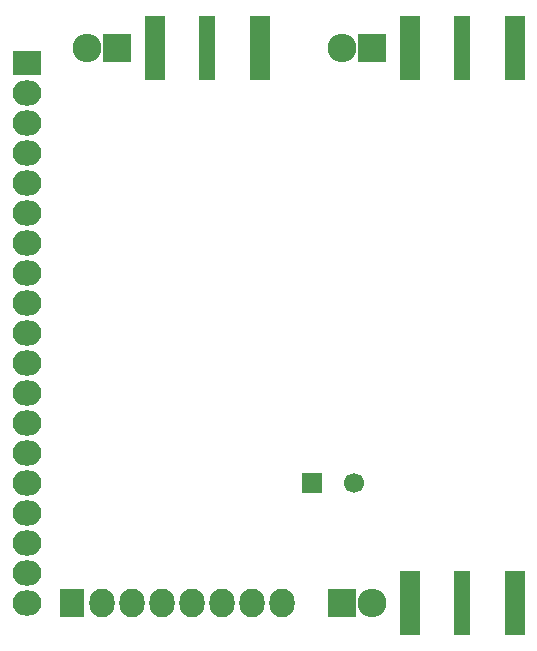
<source format=gts>
G04 #@! TF.FileFunction,Soldermask,Top*
%FSLAX46Y46*%
G04 Gerber Fmt 4.6, Leading zero omitted, Abs format (unit mm)*
G04 Created by KiCad (PCBNEW 4.0.4+e1-6308~48~ubuntu16.04.1-stable) date Mon Oct 24 15:09:13 2016*
%MOMM*%
%LPD*%
G01*
G04 APERTURE LIST*
%ADD10C,0.100000*%
%ADD11R,2.432000X2.432000*%
%ADD12O,2.432000X2.432000*%
%ADD13R,2.127200X2.432000*%
%ADD14O,2.127200X2.432000*%
%ADD15R,1.670000X5.480000*%
%ADD16R,1.416000X5.480000*%
%ADD17R,2.432000X2.127200*%
%ADD18O,2.432000X2.127200*%
%ADD19C,1.700000*%
%ADD20R,1.700000X1.700000*%
G04 APERTURE END LIST*
D10*
D11*
X87630000Y-134620000D03*
D12*
X90170000Y-134620000D03*
D13*
X64770000Y-134620000D03*
D14*
X67310000Y-134620000D03*
X69850000Y-134620000D03*
X72390000Y-134620000D03*
X74930000Y-134620000D03*
X77470000Y-134620000D03*
X80010000Y-134620000D03*
X82550000Y-134620000D03*
D15*
X93345000Y-134620000D03*
X102235000Y-134620000D03*
D16*
X97790000Y-134620000D03*
D11*
X68580000Y-87630000D03*
D12*
X66040000Y-87630000D03*
D11*
X90170000Y-87630000D03*
D12*
X87630000Y-87630000D03*
D15*
X102235000Y-87630000D03*
X93345000Y-87630000D03*
D16*
X97790000Y-87630000D03*
D15*
X80645000Y-87630000D03*
X71755000Y-87630000D03*
D16*
X76200000Y-87630000D03*
D17*
X60960000Y-88900000D03*
D18*
X60960000Y-91440000D03*
X60960000Y-93980000D03*
X60960000Y-96520000D03*
X60960000Y-99060000D03*
X60960000Y-101600000D03*
X60960000Y-104140000D03*
X60960000Y-106680000D03*
X60960000Y-109220000D03*
X60960000Y-111760000D03*
X60960000Y-114300000D03*
X60960000Y-116840000D03*
X60960000Y-119380000D03*
X60960000Y-121920000D03*
X60960000Y-124460000D03*
X60960000Y-127000000D03*
X60960000Y-129540000D03*
X60960000Y-132080000D03*
X60960000Y-134620000D03*
D19*
X88590000Y-124460000D03*
D20*
X85090000Y-124460000D03*
M02*

</source>
